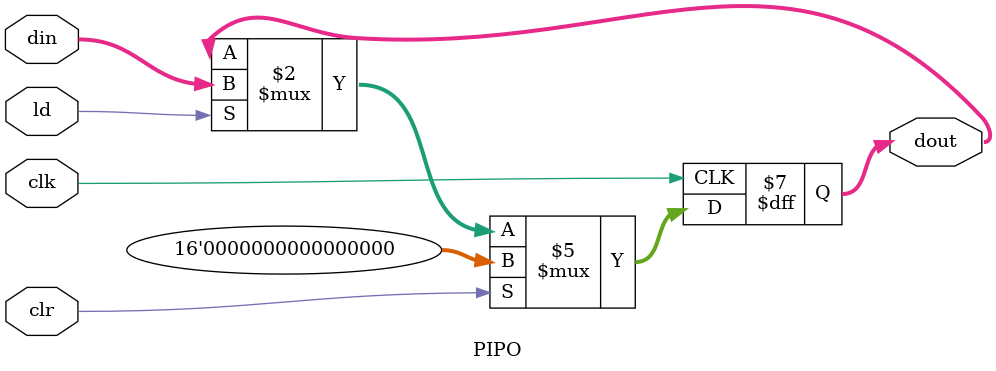
<source format=v>
module PIPO(din,dout,ld,clr,clk);
  
  input [15:0] din;
  input ld;
  input clr;
  input clk;
  output reg [15:0] dout;
  
  always@(posedge clk) begin
    if(clr)
      dout<=0;
    else if (ld)
      dout<=din;
  end
endmodule

</source>
